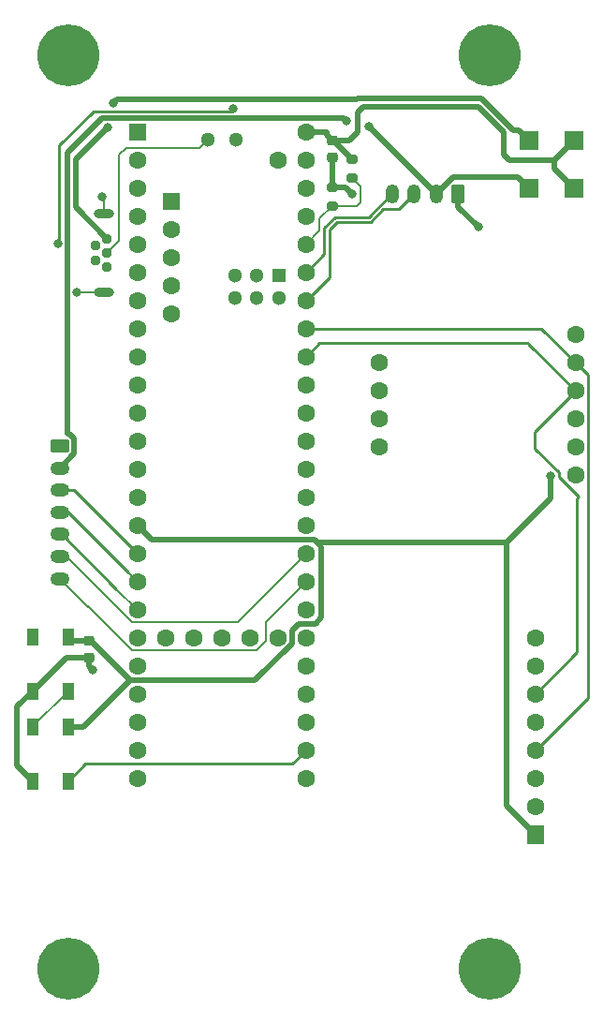
<source format=gbr>
%TF.GenerationSoftware,KiCad,Pcbnew,(6.0.7)*%
%TF.CreationDate,2023-04-01T23:58:30-04:00*%
%TF.ProjectId,board_one_teensy_22,626f6172-645f-46f6-9e65-5f7465656e73,rev?*%
%TF.SameCoordinates,Original*%
%TF.FileFunction,Copper,L1,Top*%
%TF.FilePolarity,Positive*%
%FSLAX46Y46*%
G04 Gerber Fmt 4.6, Leading zero omitted, Abs format (unit mm)*
G04 Created by KiCad (PCBNEW (6.0.7)) date 2023-04-01 23:58:30*
%MOMM*%
%LPD*%
G01*
G04 APERTURE LIST*
G04 Aperture macros list*
%AMRoundRect*
0 Rectangle with rounded corners*
0 $1 Rounding radius*
0 $2 $3 $4 $5 $6 $7 $8 $9 X,Y pos of 4 corners*
0 Add a 4 corners polygon primitive as box body*
4,1,4,$2,$3,$4,$5,$6,$7,$8,$9,$2,$3,0*
0 Add four circle primitives for the rounded corners*
1,1,$1+$1,$2,$3*
1,1,$1+$1,$4,$5*
1,1,$1+$1,$6,$7*
1,1,$1+$1,$8,$9*
0 Add four rect primitives between the rounded corners*
20,1,$1+$1,$2,$3,$4,$5,0*
20,1,$1+$1,$4,$5,$6,$7,0*
20,1,$1+$1,$6,$7,$8,$9,0*
20,1,$1+$1,$8,$9,$2,$3,0*%
G04 Aperture macros list end*
%TA.AperFunction,SMDPad,CuDef*%
%ADD10RoundRect,0.200000X0.275000X-0.200000X0.275000X0.200000X-0.275000X0.200000X-0.275000X-0.200000X0*%
%TD*%
%TA.AperFunction,ComponentPad*%
%ADD11R,1.600000X1.780000*%
%TD*%
%TA.AperFunction,ComponentPad*%
%ADD12C,1.600000*%
%TD*%
%TA.AperFunction,ComponentPad*%
%ADD13C,3.600000*%
%TD*%
%TA.AperFunction,ConnectorPad*%
%ADD14C,5.600000*%
%TD*%
%TA.AperFunction,ComponentPad*%
%ADD15RoundRect,0.250000X-0.625000X0.350000X-0.625000X-0.350000X0.625000X-0.350000X0.625000X0.350000X0*%
%TD*%
%TA.AperFunction,ComponentPad*%
%ADD16O,1.750000X1.200000*%
%TD*%
%TA.AperFunction,SMDPad,CuDef*%
%ADD17RoundRect,0.225000X-0.250000X0.225000X-0.250000X-0.225000X0.250000X-0.225000X0.250000X0.225000X0*%
%TD*%
%TA.AperFunction,SMDPad,CuDef*%
%ADD18R,1.800000X1.700000*%
%TD*%
%TA.AperFunction,SMDPad,CuDef*%
%ADD19RoundRect,0.200000X-0.275000X0.200000X-0.275000X-0.200000X0.275000X-0.200000X0.275000X0.200000X0*%
%TD*%
%TA.AperFunction,SMDPad,CuDef*%
%ADD20R,1.000000X1.500000*%
%TD*%
%TA.AperFunction,SMDPad,CuDef*%
%ADD21RoundRect,0.225000X0.250000X-0.225000X0.250000X0.225000X-0.250000X0.225000X-0.250000X-0.225000X0*%
%TD*%
%TA.AperFunction,ComponentPad*%
%ADD22C,0.958000*%
%TD*%
%TA.AperFunction,ComponentPad*%
%ADD23O,1.816000X0.908000*%
%TD*%
%TA.AperFunction,ComponentPad*%
%ADD24R,1.600000X1.600000*%
%TD*%
%TA.AperFunction,ComponentPad*%
%ADD25R,1.300000X1.300000*%
%TD*%
%TA.AperFunction,ComponentPad*%
%ADD26C,1.300000*%
%TD*%
%TA.AperFunction,ComponentPad*%
%ADD27RoundRect,0.250000X0.350000X0.625000X-0.350000X0.625000X-0.350000X-0.625000X0.350000X-0.625000X0*%
%TD*%
%TA.AperFunction,ComponentPad*%
%ADD28O,1.200000X1.750000*%
%TD*%
%TA.AperFunction,ViaPad*%
%ADD29C,0.800000*%
%TD*%
%TA.AperFunction,Conductor*%
%ADD30C,0.508000*%
%TD*%
%TA.AperFunction,Conductor*%
%ADD31C,0.203200*%
%TD*%
%TA.AperFunction,Conductor*%
%ADD32C,0.250000*%
%TD*%
G04 APERTURE END LIST*
D10*
%TO.P,R5,1*%
%TO.N,Net-(R4-Pad2)*%
X142494000Y-66865000D03*
%TO.P,R5,2*%
%TO.N,GND*%
X142494000Y-65215000D03*
%TD*%
D11*
%TO.P,U3,1,VIN*%
%TO.N,/3.3V*%
X160830000Y-123700000D03*
D12*
%TO.P,U3,2,3VO*%
%TO.N,unconnected-(U3-Pad2)*%
X160830000Y-121160000D03*
%TO.P,U3,3,GND*%
%TO.N,GND*%
X160830000Y-118620000D03*
%TO.P,U3,4,SCK/SCL*%
%TO.N,/SCL 0*%
X160830000Y-116080000D03*
%TO.P,U3,5,SDO/ADR*%
%TO.N,unconnected-(U3-Pad5)*%
X160830000Y-113540000D03*
%TO.P,U3,6,SDI/SDA*%
%TO.N,/SDA 0*%
X160830000Y-111000000D03*
%TO.P,U3,7,~{CS}*%
%TO.N,unconnected-(U3-Pad7)*%
X160830000Y-108460000D03*
%TO.P,U3,8,INT*%
%TO.N,unconnected-(U3-Pad8)*%
X160830000Y-105920000D03*
%TD*%
D13*
%TO.P,H1,1,1*%
%TO.N,unconnected-(H1-Pad1)*%
X118614971Y-53255682D03*
D14*
X118614971Y-53255682D03*
%TD*%
D15*
%TO.P,J2,1,Pin_1*%
%TO.N,GND*%
X117820000Y-88560000D03*
D16*
%TO.P,J2,2,Pin_2*%
%TO.N,/V_BATT*%
X117820000Y-90560000D03*
%TO.P,J2,3,Pin_3*%
%TO.N,/PYRO 1*%
X117820000Y-92560000D03*
%TO.P,J2,4,Pin_4*%
%TO.N,/PYRO 2*%
X117820000Y-94560000D03*
%TO.P,J2,5,Pin_5*%
%TO.N,/ARM*%
X117820000Y-96560000D03*
%TO.P,J2,6,Pin_6*%
%TO.N,/CONT 1*%
X117820000Y-98560000D03*
%TO.P,J2,7,Pin_7*%
%TO.N,/CONT 2*%
X117820000Y-100560000D03*
%TD*%
D17*
%TO.P,C1,1*%
%TO.N,/VIN*%
X142494000Y-60947000D03*
%TO.P,C1,2*%
%TO.N,GND*%
X142494000Y-62497000D03*
%TD*%
D13*
%TO.P,H4,1*%
%TO.N,N/C*%
X118603304Y-135797904D03*
D14*
X118603304Y-135797904D03*
%TD*%
D13*
%TO.P,H3,1*%
%TO.N,N/C*%
X156706146Y-53242782D03*
D14*
X156706146Y-53242782D03*
%TD*%
D12*
%TO.P,U2,1,VIN*%
%TO.N,/3.3V*%
X164470000Y-91190000D03*
%TO.P,U2,2,3VO*%
%TO.N,unconnected-(U2-Pad2)*%
X164470000Y-88650000D03*
%TO.P,U2,3,GND*%
%TO.N,GND*%
X164470000Y-86110000D03*
%TO.P,U2,4,SDA*%
%TO.N,/SDA 0*%
X164470000Y-83570000D03*
%TO.P,U2,5,SCL*%
%TO.N,/SCL 0*%
X164470000Y-81030000D03*
%TO.P,U2,6,RST*%
%TO.N,unconnected-(U2-Pad6)*%
X164470000Y-78490000D03*
%TO.P,U2,7,ADR*%
%TO.N,unconnected-(U2-Pad7)*%
X146690000Y-81030000D03*
%TO.P,U2,8,INT*%
%TO.N,unconnected-(U2-Pad8)*%
X146690000Y-83570000D03*
%TO.P,U2,9,PS1*%
%TO.N,unconnected-(U2-Pad9)*%
X146690000Y-86110000D03*
%TO.P,U2,10,PS0*%
%TO.N,unconnected-(U2-Pad10)*%
X146690000Y-88650000D03*
%TD*%
D18*
%TO.P,D1,A*%
%TO.N,/V_BATT*%
X160256000Y-65278000D03*
%TO.P,D1,C*%
%TO.N,/VIN*%
X164356000Y-65278000D03*
%TD*%
D19*
%TO.P,R4,1*%
%TO.N,/VIN*%
X144272000Y-62675000D03*
%TO.P,R4,2*%
%TO.N,Net-(R4-Pad2)*%
X144272000Y-64325000D03*
%TD*%
D20*
%TO.P,D4,1,VSS*%
%TO.N,GND*%
X115392400Y-110721300D03*
%TO.P,D4,2,DIN*%
%TO.N,Net-(D3-Pad4)*%
X118592400Y-110721300D03*
%TO.P,D4,3,VDD*%
%TO.N,/3.3V*%
X118592400Y-105821300D03*
%TO.P,D4,4,DOUT*%
%TO.N,unconnected-(D4-Pad4)*%
X115392400Y-105821300D03*
%TD*%
D21*
%TO.P,C2,1*%
%TO.N,GND*%
X120497600Y-107696000D03*
%TO.P,C2,2*%
%TO.N,/3.3V*%
X120497600Y-106146000D03*
%TD*%
D20*
%TO.P,D3,1,VSS*%
%TO.N,GND*%
X115392400Y-118849300D03*
%TO.P,D3,2,DIN*%
%TO.N,/NEOPIXEL*%
X118592400Y-118849300D03*
%TO.P,D3,3,VDD*%
%TO.N,/3.3V*%
X118592400Y-113949300D03*
%TO.P,D3,4,DOUT*%
%TO.N,Net-(D3-Pad4)*%
X115392400Y-113949300D03*
%TD*%
D22*
%TO.P,J3,1,VCC*%
%TO.N,/V_USB*%
X122092500Y-69830000D03*
%TO.P,J3,2,D-*%
%TO.N,Net-(J3-Pad2)*%
X121092500Y-70480000D03*
%TO.P,J3,3,D+*%
%TO.N,Net-(J3-Pad3)*%
X122092500Y-71130000D03*
%TO.P,J3,4,ID*%
%TO.N,unconnected-(J3-Pad4)*%
X121092500Y-71780000D03*
%TO.P,J3,5,GND*%
%TO.N,GND*%
X122092500Y-72430000D03*
D23*
%TO.P,J3,S1,SHIELD*%
X121872500Y-67555000D03*
%TO.P,J3,S2,SHIELD*%
X121872500Y-74705000D03*
%TD*%
D13*
%TO.P,H2,1*%
%TO.N,N/C*%
X156701211Y-135804448D03*
D14*
X156701211Y-135804448D03*
%TD*%
D18*
%TO.P,D2,A*%
%TO.N,/V_USB*%
X160256000Y-60960000D03*
%TO.P,D2,C*%
%TO.N,/VIN*%
X164356000Y-60960000D03*
%TD*%
D24*
%TO.P,U1,1,GND*%
%TO.N,GND*%
X124855000Y-60190000D03*
D12*
%TO.P,U1,2,0_RX1_CRX2_CS1*%
%TO.N,unconnected-(U1-Pad2)*%
X124855000Y-62730000D03*
%TO.P,U1,3,1_TX1_CTX2_MISO1*%
%TO.N,unconnected-(U1-Pad3)*%
X124855000Y-65270000D03*
%TO.P,U1,4,2_OUT2*%
%TO.N,unconnected-(U1-Pad4)*%
X124855000Y-67810000D03*
%TO.P,U1,5,3_LRCLK2*%
%TO.N,unconnected-(U1-Pad5)*%
X124855000Y-70350000D03*
%TO.P,U1,6,4_BCLK2*%
%TO.N,unconnected-(U1-Pad6)*%
X124855000Y-72890000D03*
%TO.P,U1,7,5_IN2*%
%TO.N,unconnected-(U1-Pad7)*%
X124855000Y-75430000D03*
%TO.P,U1,8,6_OUT1D*%
%TO.N,unconnected-(U1-Pad8)*%
X124855000Y-77970000D03*
%TO.P,U1,9,7_RX2_OUT1A*%
%TO.N,unconnected-(U1-Pad9)*%
X124855000Y-80510000D03*
%TO.P,U1,10,8_TX2_IN1*%
%TO.N,unconnected-(U1-Pad10)*%
X124855000Y-83050000D03*
%TO.P,U1,11,9_OUT1C*%
%TO.N,unconnected-(U1-Pad11)*%
X124855000Y-85590000D03*
%TO.P,U1,12,10_CS_MQSR*%
%TO.N,unconnected-(U1-Pad12)*%
X124855000Y-88130000D03*
%TO.P,U1,13,11_MOSI_CTX1*%
%TO.N,unconnected-(U1-Pad13)*%
X124855000Y-90670000D03*
%TO.P,U1,14,12_MISO_MQSL*%
%TO.N,unconnected-(U1-Pad14)*%
X124855000Y-93210000D03*
%TO.P,U1,15,3V3*%
%TO.N,/3.3V*%
X124855000Y-95750000D03*
%TO.P,U1,16,24_A10_TX6_SCL2*%
%TO.N,/PYRO 1*%
X124855000Y-98290000D03*
%TO.P,U1,17,25_A11_RX6_SDA2*%
%TO.N,/PYRO 2*%
X124855000Y-100830000D03*
%TO.P,U1,18,26_A12_MOSI1*%
%TO.N,/ARM*%
X124855000Y-103370000D03*
%TO.P,U1,19,27_A13_SCK1*%
%TO.N,unconnected-(U1-Pad19)*%
X124855000Y-105910000D03*
%TO.P,U1,20,28_RX7*%
%TO.N,unconnected-(U1-Pad20)*%
X124855000Y-108450000D03*
%TO.P,U1,21,29_TX7*%
%TO.N,unconnected-(U1-Pad21)*%
X124855000Y-110990000D03*
%TO.P,U1,22,30_CRX3*%
%TO.N,unconnected-(U1-Pad22)*%
X124855000Y-113530000D03*
%TO.P,U1,23,31_CTX3*%
%TO.N,unconnected-(U1-Pad23)*%
X124855000Y-116070000D03*
%TO.P,U1,24,32_OUT1B*%
%TO.N,unconnected-(U1-Pad24)*%
X124855000Y-118610000D03*
%TO.P,U1,25,33_MCLK2*%
%TO.N,/BUZZER*%
X140095000Y-118610000D03*
%TO.P,U1,26,34_RX8*%
%TO.N,/NEOPIXEL*%
X140095000Y-116070000D03*
%TO.P,U1,27,35_TX8*%
%TO.N,unconnected-(U1-Pad27)*%
X140095000Y-113530000D03*
%TO.P,U1,28,36_CS*%
%TO.N,unconnected-(U1-Pad28)*%
X140095000Y-110990000D03*
%TO.P,U1,29,37_CS*%
%TO.N,unconnected-(U1-Pad29)*%
X140095000Y-108450000D03*
%TO.P,U1,30,38_CS1_IN1*%
%TO.N,unconnected-(U1-Pad30)*%
X140095000Y-105910000D03*
%TO.P,U1,31,39_MISO1_OUT1A*%
%TO.N,unconnected-(U1-Pad31)*%
X140095000Y-103370000D03*
%TO.P,U1,32,40_A16*%
%TO.N,/CONT 2*%
X140095000Y-100830000D03*
%TO.P,U1,33,41_A17*%
%TO.N,/CONT 1*%
X140095000Y-98290000D03*
%TO.P,U1,34,GND*%
%TO.N,unconnected-(U1-Pad34)*%
X140095000Y-95750000D03*
%TO.P,U1,35,13_SCK_LED*%
%TO.N,unconnected-(U1-Pad35)*%
X140095000Y-93210000D03*
%TO.P,U1,36,14_A0_TX3_SPDIF_OUT*%
%TO.N,unconnected-(U1-Pad36)*%
X140095000Y-90670000D03*
%TO.P,U1,37,15_A1_RX3_SPDIF_IN*%
%TO.N,unconnected-(U1-Pad37)*%
X140095000Y-88130000D03*
%TO.P,U1,38,16_A2_RX4_SCL1*%
%TO.N,unconnected-(U1-Pad38)*%
X140095000Y-85590000D03*
%TO.P,U1,39,17_A3_TX4_SDA1*%
%TO.N,unconnected-(U1-Pad39)*%
X140095000Y-83050000D03*
%TO.P,U1,40,18_A4_SDA*%
%TO.N,/SDA 0*%
X140095000Y-80510000D03*
%TO.P,U1,41,19_A5_SCL*%
%TO.N,/SCL 0*%
X140095000Y-77970000D03*
%TO.P,U1,42,20_A6_TX5_LRCLK1*%
%TO.N,/TX 0*%
X140095000Y-75430000D03*
%TO.P,U1,43,21_A7_RX5_BCLK1*%
%TO.N,/RX 0*%
X140095000Y-72890000D03*
%TO.P,U1,44,22_A8_CTX1*%
%TO.N,Net-(R4-Pad2)*%
X140095000Y-70350000D03*
%TO.P,U1,45,23_A9_CRX1_MCLK1*%
%TO.N,unconnected-(U1-Pad45)*%
X140095000Y-67810000D03*
%TO.P,U1,46,3V3*%
%TO.N,unconnected-(U1-Pad46)*%
X140095000Y-65270000D03*
%TO.P,U1,47,GND*%
%TO.N,unconnected-(U1-Pad47)*%
X140095000Y-62730000D03*
%TO.P,U1,48,VIN*%
%TO.N,/VIN*%
X140095000Y-60190000D03*
%TO.P,U1,49,VUSB*%
%TO.N,unconnected-(U1-Pad49)*%
X137555000Y-62730000D03*
%TO.P,U1,50,VBAT*%
%TO.N,unconnected-(U1-Pad50)*%
X127395000Y-105910000D03*
%TO.P,U1,51,3V3*%
%TO.N,unconnected-(U1-Pad51)*%
X129935000Y-105910000D03*
%TO.P,U1,52,GND*%
%TO.N,unconnected-(U1-Pad52)*%
X132475000Y-105910000D03*
%TO.P,U1,53,PROGRAM*%
%TO.N,unconnected-(U1-Pad53)*%
X135015000Y-105910000D03*
%TO.P,U1,54,ON_OFF*%
%TO.N,unconnected-(U1-Pad54)*%
X137555000Y-105910000D03*
D24*
%TO.P,U1,55,5V*%
%TO.N,unconnected-(U1-Pad55)*%
X127905800Y-66489200D03*
D12*
%TO.P,U1,56,D-*%
%TO.N,unconnected-(U1-Pad56)*%
X127905800Y-69029200D03*
%TO.P,U1,57,D+*%
%TO.N,unconnected-(U1-Pad57)*%
X127905800Y-71569200D03*
%TO.P,U1,58,GND*%
%TO.N,unconnected-(U1-Pad58)*%
X127905800Y-74109200D03*
%TO.P,U1,59,GND*%
%TO.N,unconnected-(U1-Pad59)*%
X127905800Y-76649200D03*
D25*
%TO.P,U1,60,R+*%
%TO.N,unconnected-(U1-Pad60)*%
X137656600Y-73160000D03*
D26*
%TO.P,U1,61,LED*%
%TO.N,unconnected-(U1-Pad61)*%
X135656600Y-73160000D03*
%TO.P,U1,62,T-*%
%TO.N,unconnected-(U1-Pad62)*%
X133656600Y-73160000D03*
%TO.P,U1,63,T+*%
%TO.N,unconnected-(U1-Pad63)*%
X133656600Y-75160000D03*
%TO.P,U1,64,GND*%
%TO.N,unconnected-(U1-Pad64)*%
X135656600Y-75160000D03*
%TO.P,U1,65,R-*%
%TO.N,unconnected-(U1-Pad65)*%
X137656600Y-75160000D03*
%TO.P,U1,66,D-*%
%TO.N,Net-(J3-Pad2)*%
X133745000Y-60920000D03*
%TO.P,U1,67,D+*%
%TO.N,Net-(J3-Pad3)*%
X131205000Y-60920000D03*
%TD*%
D27*
%TO.P,J1,1,Pin_1*%
%TO.N,GND*%
X153880000Y-65780000D03*
D28*
%TO.P,J1,2,Pin_2*%
%TO.N,/V_BATT*%
X151880000Y-65780000D03*
%TO.P,J1,3,Pin_3*%
%TO.N,/TX 0*%
X149880000Y-65780000D03*
%TO.P,J1,4,Pin_4*%
%TO.N,/RX 0*%
X147880000Y-65780000D03*
%TD*%
D29*
%TO.N,/V_BATT*%
X145796000Y-59690000D03*
X143764000Y-59182000D03*
%TO.N,GND*%
X120853200Y-108813600D03*
X144272000Y-65786000D03*
X119420700Y-74676000D03*
X155670000Y-68800000D03*
X121666000Y-66040000D03*
%TO.N,/3.3V*%
X162220000Y-91270000D03*
%TO.N,/V_USB*%
X122150000Y-59773500D03*
X122660000Y-57605500D03*
%TO.N,Net-(J3-Pad2)*%
X133546500Y-58066500D03*
X117713700Y-70320000D03*
%TD*%
D30*
%TO.N,/V_BATT*%
X143764000Y-59182000D02*
X143502000Y-58920000D01*
X143502000Y-58920000D02*
X121710000Y-58920000D01*
X119149000Y-89231000D02*
X117820000Y-90560000D01*
X118567200Y-62062800D02*
X118567200Y-87506000D01*
X118736606Y-87506000D02*
X119149000Y-87918394D01*
X159240000Y-64262000D02*
X160256000Y-65278000D01*
X119149000Y-87918394D02*
X119149000Y-89231000D01*
X151880000Y-65780000D02*
X153398000Y-64262000D01*
X145796000Y-59690000D02*
X145796000Y-59696000D01*
X118567200Y-87506000D02*
X118736606Y-87506000D01*
X121710000Y-58920000D02*
X118567200Y-62062800D01*
X145796000Y-59696000D02*
X151880000Y-65780000D01*
X153398000Y-64262000D02*
X159240000Y-64262000D01*
D31*
%TO.N,GND*%
X121666000Y-66040000D02*
X121872500Y-66246500D01*
D30*
X113995200Y-112118500D02*
X115392400Y-110721300D01*
D31*
X119449700Y-74705000D02*
X121872500Y-74705000D01*
X119420700Y-74676000D02*
X119449700Y-74705000D01*
D30*
X113995200Y-117452100D02*
X113995200Y-112118500D01*
X118417700Y-107696000D02*
X120497600Y-107696000D01*
X120497600Y-107696000D02*
X120497600Y-108458000D01*
X115392400Y-110721300D02*
X118417700Y-107696000D01*
X120497600Y-108458000D02*
X120853200Y-108813600D01*
X142494000Y-62497000D02*
X142494000Y-65215000D01*
D31*
X121872500Y-66246500D02*
X121872500Y-67555000D01*
D30*
X115392400Y-118849300D02*
X113995200Y-117452100D01*
X144272000Y-65786000D02*
X143701000Y-65215000D01*
X153880000Y-65780000D02*
X153880000Y-67010000D01*
X153880000Y-67010000D02*
X155670000Y-68800000D01*
X143701000Y-65215000D02*
X142494000Y-65215000D01*
D32*
%TO.N,/TX 0*%
X149880000Y-65780000D02*
X148472110Y-67187890D01*
X147087890Y-67187890D02*
X145949780Y-68326000D01*
X142904000Y-68326000D02*
X142227600Y-69002400D01*
X145949780Y-68326000D02*
X142904000Y-68326000D01*
X148472110Y-67187890D02*
X147087890Y-67187890D01*
X142227600Y-73297400D02*
X140095000Y-75430000D01*
X142227600Y-69002400D02*
X142227600Y-73297400D01*
%TO.N,/PYRO 1*%
X119125000Y-92560000D02*
X124855000Y-98290000D01*
X117820000Y-92560000D02*
X119125000Y-92560000D01*
%TO.N,/PYRO 2*%
X117820000Y-94560000D02*
X118585000Y-94560000D01*
X118585000Y-94560000D02*
X124032500Y-100007500D01*
D31*
X124032500Y-100007500D02*
X124855000Y-100830000D01*
%TO.N,/CONT 1*%
X118448200Y-98560000D02*
X117820000Y-98560000D01*
X124359800Y-104471600D02*
X118448200Y-98560000D01*
X133913400Y-104471600D02*
X124359800Y-104471600D01*
X140095000Y-98290000D02*
X133913400Y-104471600D01*
%TO.N,/CONT 2*%
X136453400Y-106218200D02*
X136453400Y-104471600D01*
X120381449Y-103121449D02*
X117820000Y-100560000D01*
X120508551Y-103121449D02*
X120381449Y-103121449D01*
X136453400Y-104471600D02*
X140095000Y-100830000D01*
X120400000Y-103012898D02*
X120508551Y-103121449D01*
X120508551Y-103121449D02*
X124398702Y-107011600D01*
X124398702Y-107011600D02*
X135660000Y-107011600D01*
X135660000Y-107011600D02*
X136453400Y-106218200D01*
D32*
%TO.N,/ARM*%
X118045000Y-96560000D02*
X122967500Y-101482500D01*
X117820000Y-96560000D02*
X118045000Y-96560000D01*
D31*
X122967500Y-101482500D02*
X124855000Y-103370000D01*
%TO.N,Net-(R4-Pad2)*%
X142494000Y-66865000D02*
X141351000Y-68008000D01*
X141351000Y-69094000D02*
X140095000Y-70350000D01*
X145034000Y-66548000D02*
X145034000Y-65087000D01*
X145034000Y-65087000D02*
X144272000Y-64325000D01*
X141351000Y-68008000D02*
X141351000Y-69094000D01*
X142494000Y-66865000D02*
X144717000Y-66865000D01*
X144717000Y-66865000D02*
X145034000Y-66548000D01*
D32*
%TO.N,/SCL 0*%
X161410000Y-77970000D02*
X164470000Y-81030000D01*
X165595000Y-82155000D02*
X165595000Y-111315000D01*
X165595000Y-111315000D02*
X160830000Y-116080000D01*
X164470000Y-81030000D02*
X165595000Y-82155000D01*
X140095000Y-77970000D02*
X161410000Y-77970000D01*
%TO.N,/SDA 0*%
X140095000Y-80510000D02*
X141335000Y-79270000D01*
X160782000Y-88806695D02*
X160782000Y-87258000D01*
X164760000Y-93180000D02*
X162945000Y-91365000D01*
X162945000Y-91365000D02*
X162945000Y-90969695D01*
X164630000Y-107200000D02*
X164630000Y-93310000D01*
X162945000Y-90969695D02*
X160782000Y-88806695D01*
X141335000Y-79270000D02*
X160220000Y-79270000D01*
X164630000Y-93310000D02*
X164760000Y-93180000D01*
X160220000Y-79320000D02*
X164470000Y-83570000D01*
X160220000Y-79270000D02*
X160220000Y-79320000D01*
X160830000Y-111000000D02*
X164630000Y-107200000D01*
X160782000Y-87258000D02*
X164470000Y-83570000D01*
%TO.N,/RX 0*%
X142717604Y-67876000D02*
X141777600Y-68816004D01*
X147859384Y-65780000D02*
X145763384Y-67876000D01*
X141777600Y-71207400D02*
X140095000Y-72890000D01*
X147880000Y-65780000D02*
X147859384Y-65780000D01*
X141777600Y-68816004D02*
X141777600Y-71207400D01*
X145763384Y-67876000D02*
X142717604Y-67876000D01*
D30*
%TO.N,/3.3V*%
X158250000Y-121120000D02*
X160830000Y-123700000D01*
X135510424Y-109728000D02*
X124206000Y-109728000D01*
X141160000Y-97320000D02*
X158250000Y-97320000D01*
X124206000Y-109728000D02*
X120624000Y-106146000D01*
X120624000Y-106146000D02*
X120497600Y-106146000D01*
X126135000Y-97030000D02*
X124855000Y-95750000D01*
X138841000Y-106397424D02*
X135510424Y-109728000D01*
X141160000Y-97320000D02*
X140870000Y-97030000D01*
X118917100Y-106146000D02*
X118592400Y-105821300D01*
X124206000Y-109728000D02*
X119984700Y-113949300D01*
X119984700Y-113949300D02*
X118592400Y-113949300D01*
X138841000Y-105253000D02*
X138841000Y-106397424D01*
X140870000Y-97030000D02*
X126135000Y-97030000D01*
X158250000Y-97320000D02*
X158250000Y-121120000D01*
X120497600Y-106146000D02*
X118917100Y-106146000D01*
X158250000Y-97320000D02*
X162220000Y-93350000D01*
X141160000Y-97320000D02*
X141520000Y-97680000D01*
X140970000Y-104648000D02*
X139446000Y-104648000D01*
X141520000Y-97680000D02*
X141520000Y-104098000D01*
X139446000Y-104648000D02*
X138841000Y-105253000D01*
X162220000Y-93350000D02*
X162220000Y-91270000D01*
X141520000Y-104098000D02*
X140970000Y-104648000D01*
D31*
%TO.N,Net-(D3-Pad4)*%
X115392400Y-113921300D02*
X118592400Y-110721300D01*
X115392400Y-113949300D02*
X115392400Y-113921300D01*
D32*
%TO.N,/NEOPIXEL*%
X140095000Y-116070000D02*
X138867800Y-117297200D01*
X138867800Y-117297200D02*
X120144500Y-117297200D01*
X120144500Y-117297200D02*
X118592400Y-118849300D01*
D30*
%TO.N,/VIN*%
X162578000Y-62738000D02*
X162578000Y-63500000D01*
X162578000Y-62738000D02*
X164356000Y-60960000D01*
X142494000Y-60947000D02*
X144031000Y-60947000D01*
X162578000Y-63500000D02*
X164356000Y-65278000D01*
X155704236Y-57912000D02*
X157988000Y-60195764D01*
X142544000Y-60947000D02*
X144272000Y-62675000D01*
X145288000Y-57912000D02*
X155704236Y-57912000D01*
X140095000Y-60190000D02*
X141979000Y-60190000D01*
X142494000Y-60947000D02*
X142544000Y-60947000D01*
X157988000Y-62230000D02*
X158496000Y-62738000D01*
X157988000Y-60195764D02*
X157988000Y-62230000D01*
X144780000Y-60198000D02*
X144780000Y-58420000D01*
X144031000Y-60947000D02*
X144780000Y-60198000D01*
X141979000Y-60432000D02*
X142494000Y-60947000D01*
X144780000Y-58420000D02*
X145288000Y-57912000D01*
X141979000Y-60190000D02*
X141979000Y-60432000D01*
X158496000Y-62738000D02*
X162578000Y-62738000D01*
%TO.N,/V_USB*%
X158816000Y-60022500D02*
X159318500Y-60022500D01*
X122092500Y-69830000D02*
X119275200Y-67012700D01*
X159318500Y-60022500D02*
X160256000Y-60960000D01*
X119275200Y-67012700D02*
X119275200Y-62648300D01*
X119275200Y-62648300D02*
X122150000Y-59773500D01*
X122660000Y-57605500D02*
X123053000Y-57212500D01*
X144717500Y-57212500D02*
X144780000Y-57150000D01*
X123053000Y-57212500D02*
X144717500Y-57212500D01*
X155943500Y-57150000D02*
X158816000Y-60022500D01*
X144780000Y-57150000D02*
X155943500Y-57150000D01*
D32*
%TO.N,Net-(J3-Pad2)*%
X120880000Y-58330000D02*
X117810000Y-61400000D01*
X117810000Y-70223700D02*
X117713700Y-70320000D01*
X133283000Y-58330000D02*
X120880000Y-58330000D01*
X117810000Y-61400000D02*
X117810000Y-70223700D01*
X133546500Y-58066500D02*
X133283000Y-58330000D01*
D31*
%TO.N,Net-(J3-Pad3)*%
X123230000Y-69992500D02*
X122092500Y-71130000D01*
X131205000Y-60920000D02*
X130510840Y-61614160D01*
X123856640Y-61614160D02*
X123230000Y-62240800D01*
X123230000Y-62240800D02*
X123230000Y-69992500D01*
X130510840Y-61614160D02*
X123856640Y-61614160D01*
%TD*%
M02*

</source>
